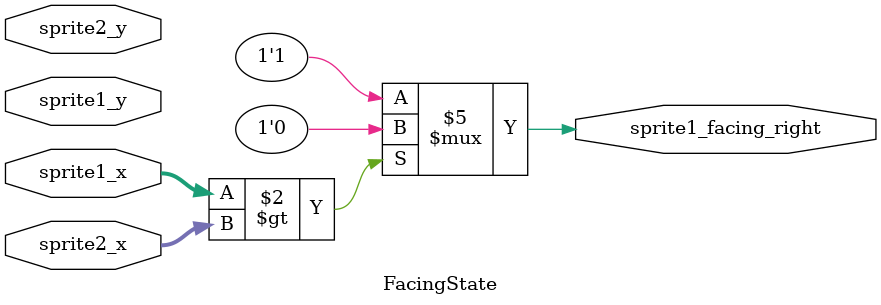
<source format=v>
module FacingState (
    input [6:0] sprite1_x,
    input [6:0] sprite1_y,
    input [6:0] sprite2_x,
    input [6:0] sprite2_y,
    output reg sprite1_facing_right =1

);



    always @(*) begin
        if (sprite1_x > sprite2_x) begin
            sprite1_facing_right = 0;

        end
        else begin
            sprite1_facing_right = 1;

        end
    end

endmodule
</source>
